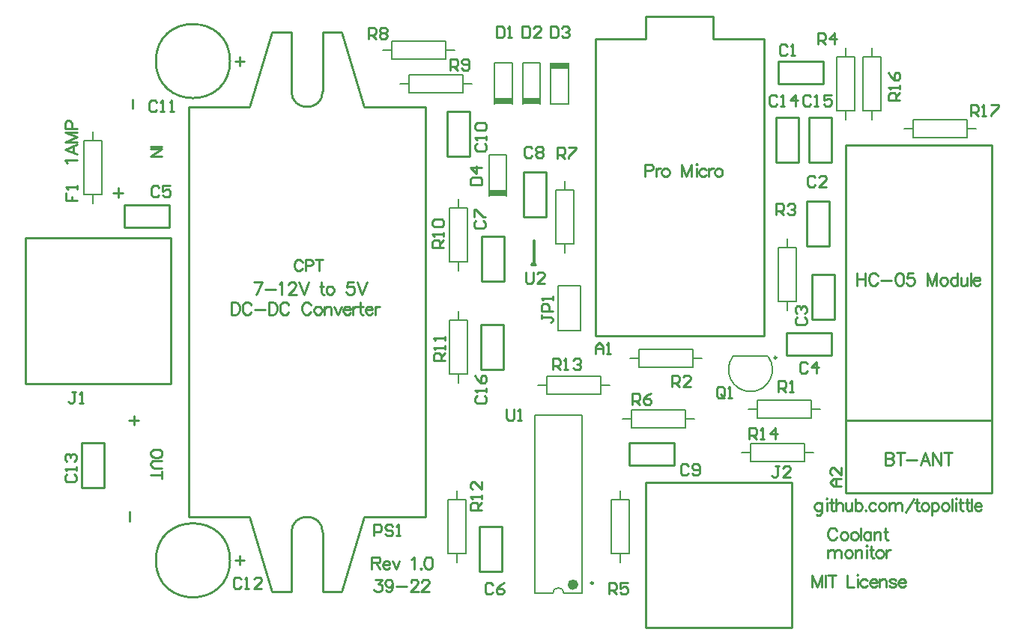
<source format=gto>
G04 Layer_Color=65535*
%FSLAX25Y25*%
%MOIN*%
G70*
G01*
G75*
%ADD13C,0.01000*%
%ADD36C,0.00787*%
%ADD37C,0.00984*%
%ADD38C,0.02362*%
%ADD39R,0.07874X0.03150*%
D13*
X80900Y20000D02*
G03*
X80900Y20000I-16500J0D01*
G01*
X108236Y229000D02*
G03*
X122164Y229000I6964J0D01*
G01*
Y32400D02*
G03*
X108236Y32400I-6964J0D01*
G01*
X80900Y242500D02*
G03*
X80900Y242500I-16500J0D01*
G01*
X216923Y151630D02*
G03*
X215053Y151630I-935J0D01*
G01*
X-10098Y163650D02*
X54547D01*
X-10098Y98689D02*
Y163650D01*
X54547Y98689D02*
Y163650D01*
X-10098Y98689D02*
X54547D01*
X187500Y200000D02*
Y220000D01*
X177500D02*
X187500D01*
X177500Y200000D02*
Y220000D01*
Y200000D02*
X187500D01*
X243500Y120000D02*
X318500D01*
Y252500D01*
X243500Y120000D02*
Y252500D01*
X296000D02*
X318500D01*
X296000D02*
Y262500D01*
X266000D02*
X296000D01*
X266000Y252500D02*
Y262500D01*
X243500Y252500D02*
X266000D01*
X202500Y105000D02*
Y125000D01*
X192500D02*
X202500D01*
X192500Y105000D02*
Y125000D01*
Y105000D02*
X202500D01*
X25000Y52500D02*
Y72500D01*
X15000D02*
X25000D01*
X15000Y52500D02*
Y72500D01*
Y52500D02*
X25000D01*
X85080Y18000D02*
Y22000D01*
X83080Y20000D02*
X87080D01*
X141000Y39500D02*
X168000D01*
X62500D02*
X89500D01*
X62500Y222000D02*
X89700D01*
X140700D02*
X168000D01*
X62500Y39500D02*
Y222000D01*
X168000Y39500D02*
Y222000D01*
X108200Y255500D02*
X108236Y229000D01*
X122164D02*
X122200Y255500D01*
X89700Y222000D02*
X99700Y255500D01*
X108200D01*
X122200D02*
X130700D01*
X140700Y222000D01*
X108200Y5900D02*
X108236Y32400D01*
X122164D02*
X122200Y5900D01*
X89700Y39400D02*
X99700Y5900D01*
X108200D01*
X122200D02*
X130700D01*
X140700Y39400D01*
X347500Y160000D02*
Y180000D01*
X337500D02*
X347500D01*
X337500Y160000D02*
Y180000D01*
Y160000D02*
X347500D01*
X221500Y173000D02*
Y193000D01*
X211500D02*
X221500D01*
X211500Y173000D02*
Y193000D01*
Y173000D02*
X221500D01*
X85080Y240500D02*
Y244500D01*
X83080Y242500D02*
X87080D01*
X265799Y-9957D02*
Y54689D01*
Y-9957D02*
X330760D01*
X265799Y54689D02*
X330760D01*
Y-9957D02*
Y54689D01*
X192000Y15000D02*
Y35000D01*
Y15000D02*
X202000D01*
Y35000D01*
X192000D02*
X202000D01*
X34000Y168500D02*
X54000D01*
Y178500D01*
X34000D02*
X54000D01*
X34000Y168500D02*
Y178500D01*
X215835Y151630D02*
Y162850D01*
X216142D01*
Y151630D02*
Y162850D01*
X215053Y151630D02*
X216142D01*
X215835D02*
X216923D01*
X203000Y144500D02*
Y164500D01*
X193000D02*
X203000D01*
X193000Y144500D02*
Y164500D01*
Y144500D02*
X203000D01*
X328500Y121500D02*
X348500D01*
X328500Y111500D02*
Y121500D01*
Y111500D02*
X348500D01*
Y121500D01*
X350000Y127500D02*
Y147500D01*
X340000D02*
X350000D01*
X340000Y127500D02*
Y147500D01*
Y127500D02*
X350000D01*
X338500Y197500D02*
Y217500D01*
Y197500D02*
X348500D01*
Y217500D01*
X338500D02*
X348500D01*
X324000Y197500D02*
Y217500D01*
Y197500D02*
X334000D01*
Y217500D01*
X324000D02*
X334000D01*
X258500Y72500D02*
X278500D01*
X258500Y62500D02*
Y72500D01*
Y62500D02*
X278500D01*
Y72500D01*
X325000Y242500D02*
X345000D01*
X325000Y232500D02*
Y242500D01*
Y232500D02*
X345000D01*
Y242500D01*
X355000Y205000D02*
X420000D01*
Y50000D02*
Y205000D01*
X355000Y50000D02*
Y205000D01*
Y50000D02*
X420000D01*
X355000Y82500D02*
X420000D01*
X243500Y112000D02*
Y115332D01*
X245166Y116998D01*
X246832Y115332D01*
Y112000D01*
Y114499D01*
X243500D01*
X248498Y112000D02*
X250165D01*
X249331D01*
Y116998D01*
X248498Y116165D01*
X353000Y53000D02*
X349668D01*
X348002Y54666D01*
X349668Y56332D01*
X353000D01*
X350501D01*
Y53000D01*
X353000Y61331D02*
Y57998D01*
X349668Y61331D01*
X348835D01*
X348002Y60498D01*
Y58831D01*
X348835Y57998D01*
X328832Y249165D02*
X327999Y249998D01*
X326333D01*
X325500Y249165D01*
Y245833D01*
X326333Y245000D01*
X327999D01*
X328832Y245833D01*
X330498Y245000D02*
X332165D01*
X331331D01*
Y249998D01*
X330498Y249165D01*
X341332Y190665D02*
X340499Y191498D01*
X338833D01*
X338000Y190665D01*
Y187333D01*
X338833Y186500D01*
X340499D01*
X341332Y187333D01*
X346331Y186500D02*
X342998D01*
X346331Y189832D01*
Y190665D01*
X345498Y191498D01*
X343831D01*
X342998Y190665D01*
X333335Y128332D02*
X332502Y127499D01*
Y125833D01*
X333335Y125000D01*
X336667D01*
X337500Y125833D01*
Y127499D01*
X336667Y128332D01*
X333335Y129998D02*
X332502Y130831D01*
Y132498D01*
X333335Y133331D01*
X334168D01*
X335001Y132498D01*
Y131665D01*
Y132498D01*
X335834Y133331D01*
X336667D01*
X337500Y132498D01*
Y130831D01*
X336667Y129998D01*
X337832Y107665D02*
X336999Y108498D01*
X335333D01*
X334500Y107665D01*
Y104333D01*
X335333Y103500D01*
X336999D01*
X337832Y104333D01*
X341998Y103500D02*
Y108498D01*
X339498Y105999D01*
X342831D01*
X49332Y186165D02*
X48499Y186998D01*
X46833D01*
X46000Y186165D01*
Y182833D01*
X46833Y182000D01*
X48499D01*
X49332Y182833D01*
X54331Y186998D02*
X50998D01*
Y184499D01*
X52665Y185332D01*
X53498D01*
X54331Y184499D01*
Y182833D01*
X53498Y182000D01*
X51831D01*
X50998Y182833D01*
X197832Y9165D02*
X196999Y9998D01*
X195333D01*
X194500Y9165D01*
Y5833D01*
X195333Y5000D01*
X196999D01*
X197832Y5833D01*
X202831Y9998D02*
X201165Y9165D01*
X199498Y7499D01*
Y5833D01*
X200331Y5000D01*
X201998D01*
X202831Y5833D01*
Y6666D01*
X201998Y7499D01*
X199498D01*
X190335Y171332D02*
X189502Y170499D01*
Y168833D01*
X190335Y168000D01*
X193667D01*
X194500Y168833D01*
Y170499D01*
X193667Y171332D01*
X189502Y172998D02*
Y176331D01*
X190335D01*
X193667Y172998D01*
X194500D01*
X215332Y203665D02*
X214499Y204498D01*
X212833D01*
X212000Y203665D01*
Y200333D01*
X212833Y199500D01*
X214499D01*
X215332Y200333D01*
X216998Y203665D02*
X217831Y204498D01*
X219498D01*
X220331Y203665D01*
Y202832D01*
X219498Y201999D01*
X220331Y201166D01*
Y200333D01*
X219498Y199500D01*
X217831D01*
X216998Y200333D01*
Y201166D01*
X217831Y201999D01*
X216998Y202832D01*
Y203665D01*
X217831Y201999D02*
X219498D01*
X284832Y62165D02*
X283999Y62998D01*
X282333D01*
X281500Y62165D01*
Y58833D01*
X282333Y58000D01*
X283999D01*
X284832Y58833D01*
X286498D02*
X287331Y58000D01*
X288998D01*
X289831Y58833D01*
Y62165D01*
X288998Y62998D01*
X287331D01*
X286498Y62165D01*
Y61332D01*
X287331Y60499D01*
X289831D01*
X190835Y205832D02*
X190002Y204999D01*
Y203333D01*
X190835Y202500D01*
X194167D01*
X195000Y203333D01*
Y204999D01*
X194167Y205832D01*
X195000Y207498D02*
Y209165D01*
Y208331D01*
X190002D01*
X190835Y207498D01*
Y211664D02*
X190002Y212497D01*
Y214163D01*
X190835Y214996D01*
X194167D01*
X195000Y214163D01*
Y212497D01*
X194167Y211664D01*
X190835D01*
X48332Y224165D02*
X47499Y224998D01*
X45833D01*
X45000Y224165D01*
Y220833D01*
X45833Y220000D01*
X47499D01*
X48332Y220833D01*
X49998Y220000D02*
X51665D01*
X50831D01*
Y224998D01*
X49998Y224165D01*
X54164Y220000D02*
X55830D01*
X54997D01*
Y224998D01*
X54164Y224165D01*
X85832Y11665D02*
X84999Y12498D01*
X83333D01*
X82500Y11665D01*
Y8333D01*
X83333Y7500D01*
X84999D01*
X85832Y8333D01*
X87498Y7500D02*
X89165D01*
X88331D01*
Y12498D01*
X87498Y11665D01*
X94996Y7500D02*
X91664D01*
X94996Y10832D01*
Y11665D01*
X94163Y12498D01*
X92497D01*
X91664Y11665D01*
X8335Y58332D02*
X7502Y57499D01*
Y55833D01*
X8335Y55000D01*
X11667D01*
X12500Y55833D01*
Y57499D01*
X11667Y58332D01*
X12500Y59998D02*
Y61664D01*
Y60831D01*
X7502D01*
X8335Y59998D01*
Y64164D02*
X7502Y64997D01*
Y66663D01*
X8335Y67496D01*
X9168D01*
X10001Y66663D01*
Y65830D01*
Y66663D01*
X10834Y67496D01*
X11667D01*
X12500Y66663D01*
Y64997D01*
X11667Y64164D01*
X324332Y226665D02*
X323499Y227498D01*
X321833D01*
X321000Y226665D01*
Y223333D01*
X321833Y222500D01*
X323499D01*
X324332Y223333D01*
X325998Y222500D02*
X327664D01*
X326831D01*
Y227498D01*
X325998Y226665D01*
X332663Y222500D02*
Y227498D01*
X330164Y224999D01*
X333496D01*
X339332Y226665D02*
X338499Y227498D01*
X336833D01*
X336000Y226665D01*
Y223333D01*
X336833Y222500D01*
X338499D01*
X339332Y223333D01*
X340998Y222500D02*
X342665D01*
X341831D01*
Y227498D01*
X340998Y226665D01*
X348496Y227498D02*
X345164D01*
Y224999D01*
X346830Y225832D01*
X347663D01*
X348496Y224999D01*
Y223333D01*
X347663Y222500D01*
X345997D01*
X345164Y223333D01*
X190835Y93332D02*
X190002Y92499D01*
Y90833D01*
X190835Y90000D01*
X194167D01*
X195000Y90833D01*
Y92499D01*
X194167Y93332D01*
X195000Y94998D02*
Y96665D01*
Y95831D01*
X190002D01*
X190835Y94998D01*
X190002Y102496D02*
X190835Y100830D01*
X192501Y99164D01*
X194167D01*
X195000Y99997D01*
Y101663D01*
X194167Y102496D01*
X193334D01*
X192501Y101663D01*
Y99164D01*
X199500Y257998D02*
Y253000D01*
X201999D01*
X202832Y253833D01*
Y257165D01*
X201999Y257998D01*
X199500D01*
X204498Y253000D02*
X206165D01*
X205331D01*
Y257998D01*
X204498Y257165D01*
X211000Y257998D02*
Y253000D01*
X213499D01*
X214332Y253833D01*
Y257165D01*
X213499Y257998D01*
X211000D01*
X219331Y253000D02*
X215998D01*
X219331Y256332D01*
Y257165D01*
X218498Y257998D01*
X216831D01*
X215998Y257165D01*
X223500Y257998D02*
Y253000D01*
X225999D01*
X226832Y253833D01*
Y257165D01*
X225999Y257998D01*
X223500D01*
X228498Y257165D02*
X229331Y257998D01*
X230998D01*
X231831Y257165D01*
Y256332D01*
X230998Y255499D01*
X230165D01*
X230998D01*
X231831Y254666D01*
Y253833D01*
X230998Y253000D01*
X229331D01*
X228498Y253833D01*
X188002Y187500D02*
X193000D01*
Y189999D01*
X192167Y190832D01*
X188835D01*
X188002Y189999D01*
Y187500D01*
X193000Y194998D02*
X188002D01*
X190501Y192498D01*
Y195831D01*
X8002Y183832D02*
Y180500D01*
X10501D01*
Y182166D01*
Y180500D01*
X13000D01*
Y185498D02*
Y187164D01*
Y186331D01*
X8002D01*
X8835Y185498D01*
X12332Y94998D02*
X10666D01*
X11499D01*
Y90833D01*
X10666Y90000D01*
X9833D01*
X9000Y90833D01*
X13998Y90000D02*
X15664D01*
X14831D01*
Y94998D01*
X13998Y94165D01*
X325332Y61998D02*
X323666D01*
X324499D01*
Y57833D01*
X323666Y57000D01*
X322833D01*
X322000Y57833D01*
X330331Y57000D02*
X326998D01*
X330331Y60332D01*
Y61165D01*
X329498Y61998D01*
X327831D01*
X326998Y61165D01*
X219502Y129332D02*
Y127666D01*
Y128499D01*
X223667D01*
X224500Y127666D01*
Y126833D01*
X223667Y126000D01*
X224500Y130998D02*
X219502D01*
Y133498D01*
X220335Y134331D01*
X222001D01*
X222834Y133498D01*
Y130998D01*
X224500Y135997D02*
Y137663D01*
Y136830D01*
X219502D01*
X220335Y135997D01*
X145000Y31000D02*
Y35998D01*
X147499D01*
X148332Y35165D01*
Y33499D01*
X147499Y32666D01*
X145000D01*
X153331Y35165D02*
X152498Y35998D01*
X150831D01*
X149998Y35165D01*
Y34332D01*
X150831Y33499D01*
X152498D01*
X153331Y32666D01*
Y31833D01*
X152498Y31000D01*
X150831D01*
X149998Y31833D01*
X154997Y31000D02*
X156663D01*
X155830D01*
Y35998D01*
X154997Y35165D01*
X300832Y93333D02*
Y96665D01*
X299999Y97498D01*
X298333D01*
X297500Y96665D01*
Y93333D01*
X298333Y92500D01*
X299999D01*
X299166Y94166D02*
X300832Y92500D01*
X299999D02*
X300832Y93333D01*
X302498Y92500D02*
X304165D01*
X303331D01*
Y97498D01*
X302498Y96665D01*
X325000Y95000D02*
Y99998D01*
X327499D01*
X328332Y99165D01*
Y97499D01*
X327499Y96666D01*
X325000D01*
X326666D02*
X328332Y95000D01*
X329998D02*
X331664D01*
X330831D01*
Y99998D01*
X329998Y99165D01*
X277500Y97500D02*
Y102498D01*
X279999D01*
X280832Y101665D01*
Y99999D01*
X279999Y99166D01*
X277500D01*
X279166D02*
X280832Y97500D01*
X285831D02*
X282498D01*
X285831Y100832D01*
Y101665D01*
X284998Y102498D01*
X283331D01*
X282498Y101665D01*
X324000Y174000D02*
Y178998D01*
X326499D01*
X327332Y178165D01*
Y176499D01*
X326499Y175666D01*
X324000D01*
X325666D02*
X327332Y174000D01*
X328998Y178165D02*
X329831Y178998D01*
X331498D01*
X332331Y178165D01*
Y177332D01*
X331498Y176499D01*
X330664D01*
X331498D01*
X332331Y175666D01*
Y174833D01*
X331498Y174000D01*
X329831D01*
X328998Y174833D01*
X342500Y250000D02*
Y254998D01*
X344999D01*
X345832Y254165D01*
Y252499D01*
X344999Y251666D01*
X342500D01*
X344166D02*
X345832Y250000D01*
X349998D02*
Y254998D01*
X347498Y252499D01*
X350831D01*
X249500Y5000D02*
Y9998D01*
X251999D01*
X252832Y9165D01*
Y7499D01*
X251999Y6666D01*
X249500D01*
X251166D02*
X252832Y5000D01*
X257831Y9998D02*
X254498D01*
Y7499D01*
X256165Y8332D01*
X256998D01*
X257831Y7499D01*
Y5833D01*
X256998Y5000D01*
X255331D01*
X254498Y5833D01*
X260000Y89500D02*
Y94498D01*
X262499D01*
X263332Y93665D01*
Y91999D01*
X262499Y91166D01*
X260000D01*
X261666D02*
X263332Y89500D01*
X268331Y94498D02*
X266665Y93665D01*
X264998Y91999D01*
Y90333D01*
X265831Y89500D01*
X267498D01*
X268331Y90333D01*
Y91166D01*
X267498Y91999D01*
X264998D01*
X226600Y199200D02*
Y204198D01*
X229099D01*
X229932Y203365D01*
Y201699D01*
X229099Y200866D01*
X226600D01*
X228266D02*
X229932Y199200D01*
X231598Y204198D02*
X234931D01*
Y203365D01*
X231598Y200033D01*
Y199200D01*
X142500Y252500D02*
Y257498D01*
X144999D01*
X145832Y256665D01*
Y254999D01*
X144999Y254166D01*
X142500D01*
X144166D02*
X145832Y252500D01*
X147498Y256665D02*
X148331Y257498D01*
X149998D01*
X150831Y256665D01*
Y255832D01*
X149998Y254999D01*
X150831Y254166D01*
Y253333D01*
X149998Y252500D01*
X148331D01*
X147498Y253333D01*
Y254166D01*
X148331Y254999D01*
X147498Y255832D01*
Y256665D01*
X148331Y254999D02*
X149998D01*
X179000Y238500D02*
Y243498D01*
X181499D01*
X182332Y242665D01*
Y240999D01*
X181499Y240166D01*
X179000D01*
X180666D02*
X182332Y238500D01*
X183998Y239333D02*
X184831Y238500D01*
X186498D01*
X187331Y239333D01*
Y242665D01*
X186498Y243498D01*
X184831D01*
X183998Y242665D01*
Y241832D01*
X184831Y240999D01*
X187331D01*
X176000Y159500D02*
X171002D01*
Y161999D01*
X171835Y162832D01*
X173501D01*
X174334Y161999D01*
Y159500D01*
Y161166D02*
X176000Y162832D01*
Y164498D02*
Y166165D01*
Y165331D01*
X171002D01*
X171835Y164498D01*
Y168664D02*
X171002Y169497D01*
Y171163D01*
X171835Y171996D01*
X175167D01*
X176000Y171163D01*
Y169497D01*
X175167Y168664D01*
X171835D01*
X176500Y109000D02*
X171502D01*
Y111499D01*
X172335Y112332D01*
X174001D01*
X174834Y111499D01*
Y109000D01*
Y110666D02*
X176500Y112332D01*
Y113998D02*
Y115665D01*
Y114831D01*
X171502D01*
X172335Y113998D01*
X176500Y118164D02*
Y119830D01*
Y118997D01*
X171502D01*
X172335Y118164D01*
X193000Y42500D02*
X188002D01*
Y44999D01*
X188835Y45832D01*
X190501D01*
X191334Y44999D01*
Y42500D01*
Y44166D02*
X193000Y45832D01*
Y47498D02*
Y49165D01*
Y48331D01*
X188002D01*
X188835Y47498D01*
X193000Y54996D02*
Y51664D01*
X189668Y54996D01*
X188835D01*
X188002Y54163D01*
Y52497D01*
X188835Y51664D01*
X224500Y105000D02*
Y109998D01*
X226999D01*
X227832Y109165D01*
Y107499D01*
X226999Y106666D01*
X224500D01*
X226166D02*
X227832Y105000D01*
X229498D02*
X231165D01*
X230331D01*
Y109998D01*
X229498Y109165D01*
X233664D02*
X234497Y109998D01*
X236163D01*
X236996Y109165D01*
Y108332D01*
X236163Y107499D01*
X235330D01*
X236163D01*
X236996Y106666D01*
Y105833D01*
X236163Y105000D01*
X234497D01*
X233664Y105833D01*
X312000Y74000D02*
Y78998D01*
X314499D01*
X315332Y78165D01*
Y76499D01*
X314499Y75666D01*
X312000D01*
X313666D02*
X315332Y74000D01*
X316998D02*
X318665D01*
X317831D01*
Y78998D01*
X316998Y78165D01*
X323663Y74000D02*
Y78998D01*
X321164Y76499D01*
X324496D01*
X379000Y225000D02*
X374002D01*
Y227499D01*
X374835Y228332D01*
X376501D01*
X377334Y227499D01*
Y225000D01*
Y226666D02*
X379000Y228332D01*
Y229998D02*
Y231664D01*
Y230831D01*
X374002D01*
X374835Y229998D01*
X374002Y237496D02*
X374835Y235830D01*
X376501Y234164D01*
X378167D01*
X379000Y234997D01*
Y236663D01*
X378167Y237496D01*
X377334D01*
X376501Y236663D01*
Y234164D01*
X410500Y218000D02*
Y222998D01*
X412999D01*
X413832Y222165D01*
Y220499D01*
X412999Y219666D01*
X410500D01*
X412166D02*
X413832Y218000D01*
X415498D02*
X417165D01*
X416331D01*
Y222998D01*
X415498Y222165D01*
X419664Y222998D02*
X422996D01*
Y222165D01*
X419664Y218833D01*
Y218000D01*
X204000Y87498D02*
Y83333D01*
X204833Y82500D01*
X206499D01*
X207332Y83333D01*
Y87498D01*
X208998Y82500D02*
X210665D01*
X209831D01*
Y87498D01*
X208998Y86665D01*
X212500Y148498D02*
Y144333D01*
X213333Y143500D01*
X214999D01*
X215832Y144333D01*
Y148498D01*
X220831Y143500D02*
X217498D01*
X220831Y146832D01*
Y147665D01*
X219998Y148498D01*
X218331D01*
X217498Y147665D01*
X113071Y152809D02*
X112833Y153285D01*
X112356Y153761D01*
X111880Y153999D01*
X110928D01*
X110452Y153761D01*
X109976Y153285D01*
X109738Y152809D01*
X109500Y152095D01*
Y150904D01*
X109738Y150190D01*
X109976Y149714D01*
X110452Y149238D01*
X110928Y149000D01*
X111880D01*
X112356Y149238D01*
X112833Y149714D01*
X113071Y150190D01*
X114475Y151380D02*
X116618D01*
X117332Y151619D01*
X117570Y151857D01*
X117808Y152333D01*
Y153047D01*
X117570Y153523D01*
X117332Y153761D01*
X116618Y153999D01*
X114475D01*
Y149000D01*
X120593Y153999D02*
Y149000D01*
X118927Y153999D02*
X122259D01*
X50699Y204500D02*
X45700D01*
X50699Y203453D02*
X45700D01*
X50699D02*
X45700Y200120D01*
X50699D02*
X45700D01*
X50699Y68072D02*
X50461Y68548D01*
X49985Y69024D01*
X49509Y69262D01*
X48795Y69500D01*
X47604D01*
X46890Y69262D01*
X46414Y69024D01*
X45938Y68548D01*
X45700Y68072D01*
Y67120D01*
X45938Y66644D01*
X46414Y66167D01*
X46890Y65929D01*
X47604Y65691D01*
X48795D01*
X49509Y65929D01*
X49985Y66167D01*
X50461Y66644D01*
X50699Y67120D01*
Y68072D01*
Y64525D02*
X47128D01*
X46414Y64287D01*
X45938Y63811D01*
X45700Y63097D01*
Y62621D01*
X45938Y61906D01*
X46414Y61430D01*
X47128Y61192D01*
X50699D01*
Y58145D02*
X45700D01*
X50699Y59812D02*
Y56479D01*
X33285Y183858D02*
X29000D01*
X31142Y186000D02*
Y181715D01*
X40285Y82358D02*
X36000D01*
X38142Y84500D02*
Y80215D01*
X37642Y225500D02*
Y221215D01*
X36242Y41600D02*
Y37315D01*
X344142Y45666D02*
Y41476D01*
X343880Y40691D01*
X343618Y40429D01*
X343095Y40167D01*
X342309D01*
X341786Y40429D01*
X344142Y44880D02*
X343618Y45404D01*
X343095Y45666D01*
X342309D01*
X341786Y45404D01*
X341262Y44880D01*
X341000Y44095D01*
Y43571D01*
X341262Y42786D01*
X341786Y42262D01*
X342309Y42000D01*
X343095D01*
X343618Y42262D01*
X344142Y42786D01*
X346132Y47499D02*
X346394Y47237D01*
X346656Y47499D01*
X346394Y47761D01*
X346132Y47499D01*
X346394Y45666D02*
Y42000D01*
X348410Y47499D02*
Y43047D01*
X348672Y42262D01*
X349196Y42000D01*
X349720D01*
X347625Y45666D02*
X349458D01*
X350505Y47499D02*
Y42000D01*
Y44618D02*
X351291Y45404D01*
X351814Y45666D01*
X352600D01*
X353124Y45404D01*
X353385Y44618D01*
Y42000D01*
X354826Y45666D02*
Y43047D01*
X355087Y42262D01*
X355611Y42000D01*
X356397D01*
X356920Y42262D01*
X357706Y43047D01*
Y45666D02*
Y42000D01*
X359146Y47499D02*
Y42000D01*
Y44880D02*
X359670Y45404D01*
X360193Y45666D01*
X360979D01*
X361503Y45404D01*
X362027Y44880D01*
X362288Y44095D01*
Y43571D01*
X362027Y42786D01*
X361503Y42262D01*
X360979Y42000D01*
X360193D01*
X359670Y42262D01*
X359146Y42786D01*
X363728Y42524D02*
X363467Y42262D01*
X363728Y42000D01*
X363990Y42262D01*
X363728Y42524D01*
X368337Y44880D02*
X367813Y45404D01*
X367290Y45666D01*
X366504D01*
X365980Y45404D01*
X365457Y44880D01*
X365195Y44095D01*
Y43571D01*
X365457Y42786D01*
X365980Y42262D01*
X366504Y42000D01*
X367290D01*
X367813Y42262D01*
X368337Y42786D01*
X370825Y45666D02*
X370301Y45404D01*
X369777Y44880D01*
X369515Y44095D01*
Y43571D01*
X369777Y42786D01*
X370301Y42262D01*
X370825Y42000D01*
X371610D01*
X372134Y42262D01*
X372657Y42786D01*
X372919Y43571D01*
Y44095D01*
X372657Y44880D01*
X372134Y45404D01*
X371610Y45666D01*
X370825D01*
X374124D02*
Y42000D01*
Y44618D02*
X374909Y45404D01*
X375433Y45666D01*
X376219D01*
X376742Y45404D01*
X377004Y44618D01*
Y42000D01*
Y44618D02*
X377790Y45404D01*
X378313Y45666D01*
X379099D01*
X379623Y45404D01*
X379885Y44618D01*
Y42000D01*
X381613Y41214D02*
X385279Y47499D01*
X386431D02*
Y43047D01*
X386693Y42262D01*
X387216Y42000D01*
X387740D01*
X385645Y45666D02*
X387478D01*
X389835D02*
X389311Y45404D01*
X388787Y44880D01*
X388526Y44095D01*
Y43571D01*
X388787Y42786D01*
X389311Y42262D01*
X389835Y42000D01*
X390620D01*
X391144Y42262D01*
X391668Y42786D01*
X391930Y43571D01*
Y44095D01*
X391668Y44880D01*
X391144Y45404D01*
X390620Y45666D01*
X389835D01*
X393134D02*
Y40167D01*
Y44880D02*
X393658Y45404D01*
X394181Y45666D01*
X394967D01*
X395491Y45404D01*
X396014Y44880D01*
X396276Y44095D01*
Y43571D01*
X396014Y42786D01*
X395491Y42262D01*
X394967Y42000D01*
X394181D01*
X393658Y42262D01*
X393134Y42786D01*
X398764Y45666D02*
X398240Y45404D01*
X397716Y44880D01*
X397455Y44095D01*
Y43571D01*
X397716Y42786D01*
X398240Y42262D01*
X398764Y42000D01*
X399549D01*
X400073Y42262D01*
X400597Y42786D01*
X400859Y43571D01*
Y44095D01*
X400597Y44880D01*
X400073Y45404D01*
X399549Y45666D01*
X398764D01*
X402063Y47499D02*
Y42000D01*
X403739Y47499D02*
X404001Y47237D01*
X404263Y47499D01*
X404001Y47761D01*
X403739Y47499D01*
X404001Y45666D02*
Y42000D01*
X406017Y47499D02*
Y43047D01*
X406279Y42262D01*
X406803Y42000D01*
X407326D01*
X405232Y45666D02*
X407064D01*
X408897Y47499D02*
Y43047D01*
X409159Y42262D01*
X409683Y42000D01*
X410207D01*
X408112Y45666D02*
X409945D01*
X410992Y47499D02*
Y42000D01*
X412144Y44095D02*
X415286D01*
Y44618D01*
X415025Y45142D01*
X414763Y45404D01*
X414239Y45666D01*
X413453D01*
X412930Y45404D01*
X412406Y44880D01*
X412144Y44095D01*
Y43571D01*
X412406Y42786D01*
X412930Y42262D01*
X413453Y42000D01*
X414239D01*
X414763Y42262D01*
X415286Y42786D01*
X145524Y11499D02*
X148404D01*
X146833Y9404D01*
X147618D01*
X148142Y9142D01*
X148404Y8880D01*
X148666Y8095D01*
Y7571D01*
X148404Y6786D01*
X147880Y6262D01*
X147095Y6000D01*
X146309D01*
X145524Y6262D01*
X145262Y6524D01*
X145000Y7047D01*
X153301Y9666D02*
X153039Y8880D01*
X152515Y8357D01*
X151730Y8095D01*
X151468D01*
X150682Y8357D01*
X150158Y8880D01*
X149897Y9666D01*
Y9928D01*
X150158Y10713D01*
X150682Y11237D01*
X151468Y11499D01*
X151730D01*
X152515Y11237D01*
X153039Y10713D01*
X153301Y9666D01*
Y8357D01*
X153039Y7047D01*
X152515Y6262D01*
X151730Y6000D01*
X151206D01*
X150420Y6262D01*
X150158Y6786D01*
X154793Y8357D02*
X159506D01*
X161392Y10190D02*
Y10451D01*
X161654Y10975D01*
X161915Y11237D01*
X162439Y11499D01*
X163487D01*
X164010Y11237D01*
X164272Y10975D01*
X164534Y10451D01*
Y9928D01*
X164272Y9404D01*
X163748Y8619D01*
X161130Y6000D01*
X164796D01*
X166288Y10190D02*
Y10451D01*
X166550Y10975D01*
X166812Y11237D01*
X167336Y11499D01*
X168383D01*
X168907Y11237D01*
X169169Y10975D01*
X169430Y10451D01*
Y9928D01*
X169169Y9404D01*
X168645Y8619D01*
X166026Y6000D01*
X169692D01*
X350928Y33190D02*
X350666Y33713D01*
X350142Y34237D01*
X349619Y34499D01*
X348571D01*
X348047Y34237D01*
X347524Y33713D01*
X347262Y33190D01*
X347000Y32404D01*
Y31095D01*
X347262Y30309D01*
X347524Y29786D01*
X348047Y29262D01*
X348571Y29000D01*
X349619D01*
X350142Y29262D01*
X350666Y29786D01*
X350928Y30309D01*
X353782Y32666D02*
X353258Y32404D01*
X352734Y31880D01*
X352473Y31095D01*
Y30571D01*
X352734Y29786D01*
X353258Y29262D01*
X353782Y29000D01*
X354567D01*
X355091Y29262D01*
X355615Y29786D01*
X355877Y30571D01*
Y31095D01*
X355615Y31880D01*
X355091Y32404D01*
X354567Y32666D01*
X353782D01*
X358390D02*
X357867Y32404D01*
X357343Y31880D01*
X357081Y31095D01*
Y30571D01*
X357343Y29786D01*
X357867Y29262D01*
X358390Y29000D01*
X359176D01*
X359700Y29262D01*
X360223Y29786D01*
X360485Y30571D01*
Y31095D01*
X360223Y31880D01*
X359700Y32404D01*
X359176Y32666D01*
X358390D01*
X361690Y34499D02*
Y29000D01*
X365984Y32666D02*
Y29000D01*
Y31880D02*
X365460Y32404D01*
X364937Y32666D01*
X364151D01*
X363627Y32404D01*
X363104Y31880D01*
X362842Y31095D01*
Y30571D01*
X363104Y29786D01*
X363627Y29262D01*
X364151Y29000D01*
X364937D01*
X365460Y29262D01*
X365984Y29786D01*
X367450Y32666D02*
Y29000D01*
Y31618D02*
X368236Y32404D01*
X368760Y32666D01*
X369545D01*
X370069Y32404D01*
X370331Y31618D01*
Y29000D01*
X372556Y34499D02*
Y30047D01*
X372818Y29262D01*
X373342Y29000D01*
X373866D01*
X371771Y32666D02*
X373604D01*
X340000Y13499D02*
Y8000D01*
Y13499D02*
X342095Y8000D01*
X344190Y13499D02*
X342095Y8000D01*
X344190Y13499D02*
Y8000D01*
X345761Y13499D02*
Y8000D01*
X348746Y13499D02*
Y8000D01*
X346913Y13499D02*
X350579D01*
X355554D02*
Y8000D01*
X358696D01*
X359822Y13499D02*
X360084Y13237D01*
X360346Y13499D01*
X360084Y13761D01*
X359822Y13499D01*
X360084Y11666D02*
Y8000D01*
X364457Y10880D02*
X363933Y11404D01*
X363409Y11666D01*
X362624D01*
X362100Y11404D01*
X361576Y10880D01*
X361315Y10095D01*
Y9571D01*
X361576Y8786D01*
X362100Y8262D01*
X362624Y8000D01*
X363409D01*
X363933Y8262D01*
X364457Y8786D01*
X365635Y10095D02*
X368777D01*
Y10618D01*
X368515Y11142D01*
X368253Y11404D01*
X367730Y11666D01*
X366944D01*
X366421Y11404D01*
X365897Y10880D01*
X365635Y10095D01*
Y9571D01*
X365897Y8786D01*
X366421Y8262D01*
X366944Y8000D01*
X367730D01*
X368253Y8262D01*
X368777Y8786D01*
X369955Y11666D02*
Y8000D01*
Y10618D02*
X370741Y11404D01*
X371265Y11666D01*
X372050D01*
X372574Y11404D01*
X372836Y10618D01*
Y8000D01*
X377156Y10880D02*
X376894Y11404D01*
X376109Y11666D01*
X375323D01*
X374538Y11404D01*
X374276Y10880D01*
X374538Y10357D01*
X375061Y10095D01*
X376371Y9833D01*
X376894Y9571D01*
X377156Y9047D01*
Y8786D01*
X376894Y8262D01*
X376109Y8000D01*
X375323D01*
X374538Y8262D01*
X374276Y8786D01*
X378308Y10095D02*
X381451D01*
Y10618D01*
X381189Y11142D01*
X380927Y11404D01*
X380403Y11666D01*
X379618D01*
X379094Y11404D01*
X378570Y10880D01*
X378308Y10095D01*
Y9571D01*
X378570Y8786D01*
X379094Y8262D01*
X379618Y8000D01*
X380403D01*
X380927Y8262D01*
X381451Y8786D01*
X347000Y24666D02*
Y21000D01*
Y23618D02*
X347786Y24404D01*
X348309Y24666D01*
X349095D01*
X349619Y24404D01*
X349880Y23618D01*
Y21000D01*
Y23618D02*
X350666Y24404D01*
X351190Y24666D01*
X351975D01*
X352499Y24404D01*
X352761Y23618D01*
Y21000D01*
X355798Y24666D02*
X355274Y24404D01*
X354751Y23880D01*
X354489Y23095D01*
Y22571D01*
X354751Y21786D01*
X355274Y21262D01*
X355798Y21000D01*
X356584D01*
X357107Y21262D01*
X357631Y21786D01*
X357893Y22571D01*
Y23095D01*
X357631Y23880D01*
X357107Y24404D01*
X356584Y24666D01*
X355798D01*
X359097D02*
Y21000D01*
Y23618D02*
X359883Y24404D01*
X360407Y24666D01*
X361192D01*
X361716Y24404D01*
X361978Y23618D01*
Y21000D01*
X363942Y26499D02*
X364204Y26237D01*
X364465Y26499D01*
X364204Y26761D01*
X363942Y26499D01*
X364204Y24666D02*
Y21000D01*
X366220Y26499D02*
Y22047D01*
X366481Y21262D01*
X367005Y21000D01*
X367529D01*
X365434Y24666D02*
X367267D01*
X369624D02*
X369100Y24404D01*
X368576Y23880D01*
X368315Y23095D01*
Y22571D01*
X368576Y21786D01*
X369100Y21262D01*
X369624Y21000D01*
X370409D01*
X370933Y21262D01*
X371457Y21786D01*
X371719Y22571D01*
Y23095D01*
X371457Y23880D01*
X370933Y24404D01*
X370409Y24666D01*
X369624D01*
X372923D02*
Y21000D01*
Y23095D02*
X373185Y23880D01*
X373709Y24404D01*
X374232Y24666D01*
X375018D01*
X144000Y21499D02*
Y16000D01*
Y21499D02*
X146357D01*
X147142Y21237D01*
X147404Y20975D01*
X147666Y20451D01*
Y19928D01*
X147404Y19404D01*
X147142Y19142D01*
X146357Y18880D01*
X144000D01*
X145833D02*
X147666Y16000D01*
X148897Y18095D02*
X152039D01*
Y18619D01*
X151777Y19142D01*
X151515Y19404D01*
X150991Y19666D01*
X150206D01*
X149682Y19404D01*
X149158Y18880D01*
X148897Y18095D01*
Y17571D01*
X149158Y16786D01*
X149682Y16262D01*
X150206Y16000D01*
X150991D01*
X151515Y16262D01*
X152039Y16786D01*
X153217Y19666D02*
X154788Y16000D01*
X156359Y19666D02*
X154788Y16000D01*
X161570Y20451D02*
X162094Y20713D01*
X162879Y21499D01*
Y16000D01*
X165864Y16524D02*
X165603Y16262D01*
X165864Y16000D01*
X166126Y16262D01*
X165864Y16524D01*
X168902Y21499D02*
X168116Y21237D01*
X167593Y20451D01*
X167331Y19142D01*
Y18357D01*
X167593Y17047D01*
X168116Y16262D01*
X168902Y16000D01*
X169425D01*
X170211Y16262D01*
X170735Y17047D01*
X170997Y18357D01*
Y19142D01*
X170735Y20451D01*
X170211Y21237D01*
X169425Y21499D01*
X168902D01*
X8549Y197000D02*
X8287Y197524D01*
X7501Y198309D01*
X13000D01*
Y205222D02*
X7501Y203127D01*
X13000Y201032D01*
X11167Y201818D02*
Y204436D01*
X7501Y206505D02*
X13000D01*
X7501D02*
X13000Y208600D01*
X7501Y210695D02*
X13000Y208600D01*
X7501Y210695D02*
X13000D01*
X10381Y212266D02*
Y214622D01*
X10120Y215408D01*
X9858Y215670D01*
X9334Y215932D01*
X8549D01*
X8025Y215670D01*
X7763Y215408D01*
X7501Y214622D01*
Y212266D01*
X13000D01*
X372500Y67999D02*
Y62500D01*
Y67999D02*
X374857D01*
X375642Y67737D01*
X375904Y67475D01*
X376166Y66951D01*
Y66428D01*
X375904Y65904D01*
X375642Y65642D01*
X374857Y65380D01*
X372500D02*
X374857D01*
X375642Y65118D01*
X375904Y64857D01*
X376166Y64333D01*
Y63547D01*
X375904Y63024D01*
X375642Y62762D01*
X374857Y62500D01*
X372500D01*
X379229Y67999D02*
Y62500D01*
X377397Y67999D02*
X381062D01*
X381717Y64857D02*
X386430D01*
X392243Y62500D02*
X390149Y67999D01*
X388054Y62500D01*
X388839Y64333D02*
X391458D01*
X393527Y67999D02*
Y62500D01*
Y67999D02*
X397192Y62500D01*
Y67999D02*
Y62500D01*
X400544Y67999D02*
Y62500D01*
X398711Y67999D02*
X402377D01*
X360000Y147999D02*
Y142500D01*
X363666Y147999D02*
Y142500D01*
X360000Y145380D02*
X363666D01*
X369112Y146690D02*
X368850Y147213D01*
X368327Y147737D01*
X367803Y147999D01*
X366756D01*
X366232Y147737D01*
X365708Y147213D01*
X365446Y146690D01*
X365185Y145904D01*
Y144595D01*
X365446Y143809D01*
X365708Y143286D01*
X366232Y142762D01*
X366756Y142500D01*
X367803D01*
X368327Y142762D01*
X368850Y143286D01*
X369112Y143809D01*
X370657Y144857D02*
X375371D01*
X378565Y147999D02*
X377780Y147737D01*
X377256Y146951D01*
X376994Y145642D01*
Y144857D01*
X377256Y143547D01*
X377780Y142762D01*
X378565Y142500D01*
X379089D01*
X379874Y142762D01*
X380398Y143547D01*
X380660Y144857D01*
Y145642D01*
X380398Y146951D01*
X379874Y147737D01*
X379089Y147999D01*
X378565D01*
X385033D02*
X382414D01*
X382152Y145642D01*
X382414Y145904D01*
X383200Y146166D01*
X383985D01*
X384771Y145904D01*
X385295Y145380D01*
X385556Y144595D01*
Y144071D01*
X385295Y143286D01*
X384771Y142762D01*
X383985Y142500D01*
X383200D01*
X382414Y142762D01*
X382152Y143024D01*
X381891Y143547D01*
X391108Y147999D02*
Y142500D01*
Y147999D02*
X393202Y142500D01*
X395297Y147999D02*
X393202Y142500D01*
X395297Y147999D02*
Y142500D01*
X398178Y146166D02*
X397654Y145904D01*
X397130Y145380D01*
X396868Y144595D01*
Y144071D01*
X397130Y143286D01*
X397654Y142762D01*
X398178Y142500D01*
X398963D01*
X399487Y142762D01*
X400010Y143286D01*
X400272Y144071D01*
Y144595D01*
X400010Y145380D01*
X399487Y145904D01*
X398963Y146166D01*
X398178D01*
X404619Y147999D02*
Y142500D01*
Y145380D02*
X404095Y145904D01*
X403572Y146166D01*
X402786D01*
X402262Y145904D01*
X401739Y145380D01*
X401477Y144595D01*
Y144071D01*
X401739Y143286D01*
X402262Y142762D01*
X402786Y142500D01*
X403572D01*
X404095Y142762D01*
X404619Y143286D01*
X406085Y146166D02*
Y143547D01*
X406347Y142762D01*
X406871Y142500D01*
X407656D01*
X408180Y142762D01*
X408966Y143547D01*
Y146166D02*
Y142500D01*
X410406Y147999D02*
Y142500D01*
X411558Y144595D02*
X414700D01*
Y145118D01*
X414438Y145642D01*
X414177Y145904D01*
X413653Y146166D01*
X412867D01*
X412344Y145904D01*
X411820Y145380D01*
X411558Y144595D01*
Y144071D01*
X411820Y143286D01*
X412344Y142762D01*
X412867Y142500D01*
X413653D01*
X414177Y142762D01*
X414700Y143286D01*
X265500Y193619D02*
X267857D01*
X268642Y193880D01*
X268904Y194142D01*
X269166Y194666D01*
Y195451D01*
X268904Y195975D01*
X268642Y196237D01*
X267857Y196499D01*
X265500D01*
Y191000D01*
X270397Y194666D02*
Y191000D01*
Y193095D02*
X270658Y193880D01*
X271182Y194404D01*
X271706Y194666D01*
X272491D01*
X274298D02*
X273774Y194404D01*
X273251Y193880D01*
X272989Y193095D01*
Y192571D01*
X273251Y191786D01*
X273774Y191262D01*
X274298Y191000D01*
X275084D01*
X275607Y191262D01*
X276131Y191786D01*
X276393Y192571D01*
Y193095D01*
X276131Y193880D01*
X275607Y194404D01*
X275084Y194666D01*
X274298D01*
X281918Y196499D02*
Y191000D01*
Y196499D02*
X284013Y191000D01*
X286107Y196499D02*
X284013Y191000D01*
X286107Y196499D02*
Y191000D01*
X288202Y196499D02*
X288464Y196237D01*
X288726Y196499D01*
X288464Y196761D01*
X288202Y196499D01*
X288464Y194666D02*
Y191000D01*
X292837Y193880D02*
X292313Y194404D01*
X291790Y194666D01*
X291004D01*
X290480Y194404D01*
X289957Y193880D01*
X289695Y193095D01*
Y192571D01*
X289957Y191786D01*
X290480Y191262D01*
X291004Y191000D01*
X291790D01*
X292313Y191262D01*
X292837Y191786D01*
X294015Y194666D02*
Y191000D01*
Y193095D02*
X294277Y193880D01*
X294801Y194404D01*
X295324Y194666D01*
X296110D01*
X297917D02*
X297393Y194404D01*
X296869Y193880D01*
X296608Y193095D01*
Y192571D01*
X296869Y191786D01*
X297393Y191262D01*
X297917Y191000D01*
X298702D01*
X299226Y191262D01*
X299750Y191786D01*
X300012Y192571D01*
Y193095D01*
X299750Y193880D01*
X299226Y194404D01*
X298702Y194666D01*
X297917D01*
X95166Y143999D02*
X92547Y138500D01*
X91500Y143999D02*
X95166D01*
X96397Y140857D02*
X101110D01*
X102733Y142951D02*
X103257Y143213D01*
X104043Y143999D01*
Y138500D01*
X107028Y142690D02*
Y142951D01*
X107290Y143475D01*
X107551Y143737D01*
X108075Y143999D01*
X109122D01*
X109646Y143737D01*
X109908Y143475D01*
X110170Y142951D01*
Y142428D01*
X109908Y141904D01*
X109384Y141119D01*
X106766Y138500D01*
X110432D01*
X111662Y143999D02*
X113757Y138500D01*
X115852Y143999D02*
X113757Y138500D01*
X121665Y143999D02*
Y139547D01*
X121927Y138762D01*
X122450Y138500D01*
X122974D01*
X120879Y142166D02*
X122712D01*
X125069D02*
X124545Y141904D01*
X124022Y141380D01*
X123760Y140595D01*
Y140071D01*
X124022Y139286D01*
X124545Y138762D01*
X125069Y138500D01*
X125855D01*
X126378Y138762D01*
X126902Y139286D01*
X127164Y140071D01*
Y140595D01*
X126902Y141380D01*
X126378Y141904D01*
X125855Y142166D01*
X125069D01*
X135831Y143999D02*
X133212D01*
X132951Y141642D01*
X133212Y141904D01*
X133998Y142166D01*
X134784D01*
X135569Y141904D01*
X136093Y141380D01*
X136355Y140595D01*
Y140071D01*
X136093Y139286D01*
X135569Y138762D01*
X134784Y138500D01*
X133998D01*
X133212Y138762D01*
X132951Y139024D01*
X132689Y139547D01*
X137585Y143999D02*
X139680Y138500D01*
X141775Y143999D02*
X139680Y138500D01*
X81500Y134999D02*
Y129500D01*
Y134999D02*
X83333D01*
X84118Y134737D01*
X84642Y134213D01*
X84904Y133690D01*
X85166Y132904D01*
Y131595D01*
X84904Y130809D01*
X84642Y130286D01*
X84118Y129762D01*
X83333Y129500D01*
X81500D01*
X90324Y133690D02*
X90062Y134213D01*
X89539Y134737D01*
X89015Y134999D01*
X87968D01*
X87444Y134737D01*
X86920Y134213D01*
X86658Y133690D01*
X86397Y132904D01*
Y131595D01*
X86658Y130809D01*
X86920Y130286D01*
X87444Y129762D01*
X87968Y129500D01*
X89015D01*
X89539Y129762D01*
X90062Y130286D01*
X90324Y130809D01*
X91869Y131857D02*
X96583D01*
X98206Y134999D02*
Y129500D01*
Y134999D02*
X100039D01*
X100824Y134737D01*
X101348Y134213D01*
X101610Y133690D01*
X101872Y132904D01*
Y131595D01*
X101610Y130809D01*
X101348Y130286D01*
X100824Y129762D01*
X100039Y129500D01*
X98206D01*
X107030Y133690D02*
X106768Y134213D01*
X106245Y134737D01*
X105721Y134999D01*
X104674D01*
X104150Y134737D01*
X103626Y134213D01*
X103364Y133690D01*
X103103Y132904D01*
Y131595D01*
X103364Y130809D01*
X103626Y130286D01*
X104150Y129762D01*
X104674Y129500D01*
X105721D01*
X106245Y129762D01*
X106768Y130286D01*
X107030Y130809D01*
X116823Y133690D02*
X116561Y134213D01*
X116038Y134737D01*
X115514Y134999D01*
X114467D01*
X113943Y134737D01*
X113419Y134213D01*
X113157Y133690D01*
X112896Y132904D01*
Y131595D01*
X113157Y130809D01*
X113419Y130286D01*
X113943Y129762D01*
X114467Y129500D01*
X115514D01*
X116038Y129762D01*
X116561Y130286D01*
X116823Y130809D01*
X119677Y133166D02*
X119154Y132904D01*
X118630Y132380D01*
X118368Y131595D01*
Y131071D01*
X118630Y130286D01*
X119154Y129762D01*
X119677Y129500D01*
X120463D01*
X120987Y129762D01*
X121511Y130286D01*
X121772Y131071D01*
Y131595D01*
X121511Y132380D01*
X120987Y132904D01*
X120463Y133166D01*
X119677D01*
X122977D02*
Y129500D01*
Y132118D02*
X123762Y132904D01*
X124286Y133166D01*
X125072D01*
X125595Y132904D01*
X125857Y132118D01*
Y129500D01*
X127297Y133166D02*
X128868Y129500D01*
X130439Y133166D02*
X128868Y129500D01*
X131330Y131595D02*
X134472D01*
Y132118D01*
X134210Y132642D01*
X133948Y132904D01*
X133425Y133166D01*
X132639D01*
X132115Y132904D01*
X131592Y132380D01*
X131330Y131595D01*
Y131071D01*
X131592Y130286D01*
X132115Y129762D01*
X132639Y129500D01*
X133425D01*
X133948Y129762D01*
X134472Y130286D01*
X135650Y133166D02*
Y129500D01*
Y131595D02*
X135912Y132380D01*
X136436Y132904D01*
X136960Y133166D01*
X137745D01*
X139028Y134999D02*
Y130547D01*
X139290Y129762D01*
X139814Y129500D01*
X140337D01*
X138243Y133166D02*
X140076D01*
X141123Y131595D02*
X144265D01*
Y132118D01*
X144003Y132642D01*
X143741Y132904D01*
X143218Y133166D01*
X142432D01*
X141909Y132904D01*
X141385Y132380D01*
X141123Y131595D01*
Y131071D01*
X141385Y130286D01*
X141909Y129762D01*
X142432Y129500D01*
X143218D01*
X143741Y129762D01*
X144265Y130286D01*
X145443Y133166D02*
Y129500D01*
Y131595D02*
X145705Y132380D01*
X146229Y132904D01*
X146753Y133166D01*
X147538D01*
D36*
X304705Y110906D02*
G03*
X320295Y110906I7795J-5906D01*
G01*
X229500Y5236D02*
G03*
X224500Y5236I-2500J0D01*
G01*
X184500Y232500D02*
X188500D01*
X156500D02*
X160500D01*
Y228500D02*
X184500D01*
Y236500D01*
X160500D02*
X184500D01*
X160500Y228500D02*
Y236500D01*
X177000Y247500D02*
X181000D01*
X149000D02*
X153000D01*
Y243500D02*
X177000D01*
Y251500D01*
X153000D02*
X177000D01*
X153000Y243500D02*
Y251500D01*
X230000Y185000D02*
Y189000D01*
Y157000D02*
Y161000D01*
X234000D02*
Y185000D01*
X226000D02*
X234000D01*
X226000Y161000D02*
Y185000D01*
Y161000D02*
X234000D01*
X198563Y241555D02*
X206437D01*
Y223445D02*
Y241555D01*
X198563Y223445D02*
Y241555D01*
X20000Y207000D02*
Y211000D01*
Y179000D02*
Y183000D01*
X24000D02*
Y207000D01*
X16000D02*
X24000D01*
X16000Y183000D02*
Y207000D01*
Y183000D02*
X24000D01*
X182000Y19000D02*
Y23000D01*
Y47000D02*
Y51000D01*
X178000Y23000D02*
Y47000D01*
Y23000D02*
X186000D01*
Y47000D01*
X178000D02*
X186000D01*
X254500D02*
Y51000D01*
Y19000D02*
Y23000D01*
X258500D02*
Y47000D01*
X250500D02*
X258500D01*
X250500Y23000D02*
Y47000D01*
Y23000D02*
X258500D01*
X255500Y83000D02*
X259500D01*
X283500D02*
X287500D01*
X259500Y87000D02*
X283500D01*
X259500Y79000D02*
Y87000D01*
Y79000D02*
X283500D01*
Y87000D01*
X211063Y241555D02*
X218937D01*
Y223445D02*
Y241555D01*
X211063Y223445D02*
Y241555D01*
X223563Y223445D02*
X231437D01*
X223563D02*
Y241555D01*
X231437Y223445D02*
Y241555D01*
X182500Y149000D02*
Y153000D01*
Y177000D02*
Y181000D01*
X178500Y153000D02*
Y177000D01*
Y153000D02*
X186500D01*
Y177000D01*
X178500D02*
X186500D01*
X182500Y127000D02*
Y131000D01*
Y99000D02*
Y103000D01*
X186500D02*
Y127000D01*
X178500D02*
X186500D01*
X178500Y103000D02*
Y127000D01*
Y103000D02*
X186500D01*
X329000Y159500D02*
Y163500D01*
Y131500D02*
Y135500D01*
X333000D02*
Y159500D01*
X325000D02*
X333000D01*
X325000Y135500D02*
Y159500D01*
Y135500D02*
X333000D01*
X237000Y122500D02*
Y142500D01*
X227000D02*
X237000D01*
X227000Y122500D02*
Y142500D01*
Y122500D02*
X237000D01*
X196063Y200555D02*
X203937D01*
Y182445D02*
Y200555D01*
X196063Y182445D02*
Y200555D01*
X304705Y110906D02*
X320295D01*
X339500Y87500D02*
X343500D01*
X311500D02*
X315500D01*
Y83500D02*
X339500D01*
Y91500D01*
X315500D02*
X339500D01*
X315500Y83500D02*
Y91500D01*
X355000Y216500D02*
Y220500D01*
Y244500D02*
Y248500D01*
X351000Y220500D02*
Y244500D01*
Y220500D02*
X359000D01*
Y244500D01*
X351000D02*
X359000D01*
X287000Y110000D02*
X291000D01*
X259000D02*
X263000D01*
Y106000D02*
X287000D01*
Y114000D01*
X263000D02*
X287000D01*
X263000Y106000D02*
Y114000D01*
X366500Y244500D02*
Y248500D01*
Y216500D02*
Y220500D01*
X370500D02*
Y244500D01*
X362500D02*
X370500D01*
X362500Y220500D02*
Y244500D01*
Y220500D02*
X370500D01*
X409000Y212500D02*
X413000D01*
X381000D02*
X385000D01*
Y208500D02*
X409000D01*
Y216500D01*
X385000D02*
X409000D01*
X385000Y208500D02*
Y216500D01*
X218000Y98000D02*
X222000D01*
X246000D02*
X250000D01*
X222000Y102000D02*
X246000D01*
X222000Y94000D02*
Y102000D01*
Y94000D02*
X246000D01*
Y102000D01*
X216567Y84764D02*
X237433D01*
X216567Y5236D02*
X224500D01*
X229500D02*
X237433D01*
X216567D02*
Y84764D01*
X237433Y5236D02*
Y84764D01*
X336500Y68000D02*
X340500D01*
X308500D02*
X312500D01*
Y64000D02*
X336500D01*
Y72000D01*
X312500D02*
X336500D01*
X312500Y64000D02*
Y72000D01*
D37*
X324134Y110315D02*
G03*
X324134Y110315I-492J0D01*
G01*
X242492Y9882D02*
G03*
X242492Y9882I-492J0D01*
G01*
D38*
X234677Y9173D02*
G03*
X234677Y9173I-1181J0D01*
G01*
D39*
X202500Y224626D02*
D03*
X215000D02*
D03*
X227500Y240374D02*
D03*
X200000Y183626D02*
D03*
M02*

</source>
